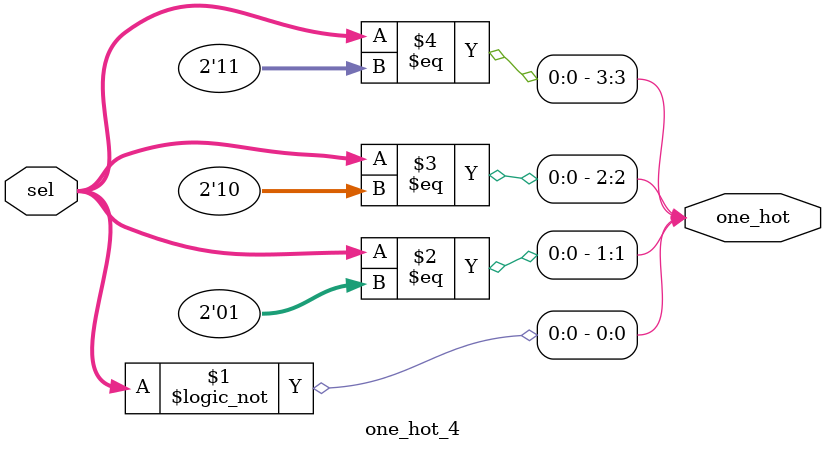
<source format=v>
module one_hot_128 (
    input  [6:0] sel,
    output [127:0] one_hot
);
    wire [63:0] lower;
    wire high_bit = sel[6];

    one_hot_64 sub (.sel(sel[5:0]), .one_hot(lower));
    assign one_hot[63:0]   = ~high_bit ? lower : 64'b0;
    assign one_hot[127:64] =  high_bit ? lower : 64'b0;
endmodule


module one_hot_64 (
    input  [5:0] sel,
    output [63:0] one_hot
);
    wire [15:0] lower;
    wire [3:0] enable;

    assign enable[0] = (sel[5:4] == 2'd0);
    assign enable[1] = (sel[5:4] == 2'd1);
    assign enable[2] = (sel[5:4] == 2'd2);
    assign enable[3] = (sel[5:4] == 2'd3);

    one_hot_16 sub (.sel(sel[3:0]), .one_hot(lower));
    assign one_hot[15:0]   = enable[0] ? lower : 16'b0;
    assign one_hot[31:16]  = enable[1] ? lower : 16'b0;
    assign one_hot[47:32]  = enable[2] ? lower : 16'b0;
    assign one_hot[63:48]  = enable[3] ? lower : 16'b0;
endmodule


module one_hot_16 (
    input  [3:0] sel,
    output [15:0] one_hot
);
    wire [3:0] lower;
    wire [3:0] enable;

    assign enable[0] = (sel[3:2] == 2'd0);
    assign enable[1] = (sel[3:2] == 2'd1);
    assign enable[2] = (sel[3:2] == 2'd2);
    assign enable[3] = (sel[3:2] == 2'd3);

    one_hot_4 sub0 (.sel(sel[1:0]), .one_hot(lower));
    assign one_hot[3:0]    = enable[0] ? lower : 4'b0;
    assign one_hot[7:4]    = enable[1] ? lower : 4'b0;
    assign one_hot[11:8]   = enable[2] ? lower : 4'b0;
    assign one_hot[15:12]  = enable[3] ? lower : 4'b0;
endmodule


module one_hot_8 (
    input  [2:0] sel,
    output [7:0] one_hot
);
    wire [3:0] lower;
    wire high_bit = sel[2];
    one_hot_4 sub (.sel(sel[1:0]), .one_hot(lower));
    assign one_hot[3:0] = ~high_bit ? lower : 4'b0;
    assign one_hot[7:4] =  high_bit ? lower : 4'b0;
endmodule

module one_hot_4 (
    input  [1:0] sel,
    output [3:0] one_hot
);
    assign one_hot = {
        (sel == 2'd3),
        (sel == 2'd2),
        (sel == 2'd1),
        (sel == 2'd0)
    };
endmodule



</source>
